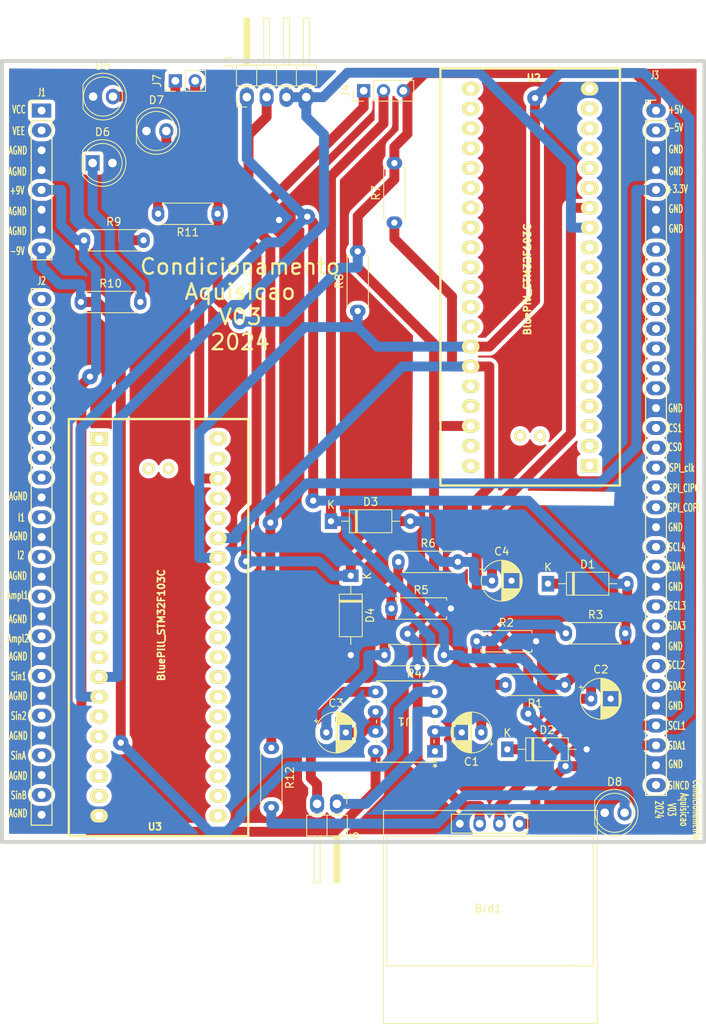
<source format=kicad_pcb>
(kicad_pcb (version 20221018) (generator pcbnew)
  (title_block (title "Condicionamento e aquisicao 2 canais ") (date "2023-04-12") (rev "v03") (company "EITduino") (comment 1 "Autor: Gustavo Pinheiro") (comment 2 "placa face dupla 90x100 mm") (comment 3 "Barramento v04"))
  (layers (0 "F.Cu" signal) (31 "B.Cu" signal) (34 "B.Paste" user) (35 "F.Paste" user) (36 "B.SilkS" user "B.Silkscreen") (37 "F.SilkS" user "F.Silkscreen") (38 "B.Mask" user) (39 "F.Mask" user) (44 "Edge.Cuts" user))
  (net 0 "")
  (net 1 "+9V")
  (net 2 "-9V")
  (net 3 "+5V")
  (net 4 "-5V")
  (net 5 "+3.3V")
  (net 20 "Ampl1")
  (net 21 "Ampl2")
  (net 22 "CS1")
  (net 23 "CS0")
  (net 24 "SCL4")
  (net 25 "SDA4")
  (net 26 "SINCD")
  (net 27 "Net-(J7-Pin_1)")
  (net 31 "Earth")
  (net 33 "I1")
  (net 34 "I2")
  (net 35 "Sin1")
  (net 36 "Sin2")
  (net 37 "SinA")
  (net 38 "SinB")
  (net 39 "SPI_COPI")
  (net 40 "SPI_CIPO")
  (net 41 "SPI_clk")
  (net 42 "SCL3")
  (net 43 "SDA3")
  (net 44 "SCL2")
  (net 45 "SDA2")
  (net 46 "SCL1")
  (net 47 "SDA1")
  (net 48 "nó1")
  (net 49 "nó2")
  (net 50 "Amp_E1")
  (net 51 "nó3")
  (net 52 "nó4")
  (net 53 "Amp_E2")
  (net 54 "Vref")
  (net 55 "VCC")
  (net 56 "VEE")
  (net 57 "AmpI1")
  (net 58 "E1")
  (net 59 "E2")
  (net 132 "Net-(D5-A)")
  (net 133 "Net-(D6-K)")
  (net 134 "Net-(D7-A)")
  (net 135 "Net-(D8-A)")
  (footprint "Capacitor_THT:CP_Radial_D5.0mm_P2.50mm" (layer "F.Cu") (at 148.647 121.019)
    (fp_text reference "C3")
    (fp_text value "1 uF")
  )
  (footprint "Connector_PinHeader_2.54mm:PinHeader_1x08_P2.54mm_Vertical" (layer "F.Cu") (at 112.158 41.39)
    (fp_text reference "J1")
    (fp_text value "alimentacao analogica" hide)
  )
  (footprint "Resistor_THT:R_Axial_DIN0207_L6.3mm_D2.5mm_P7.62mm_Horizontal" (layer "F.Cu") (at 141.6 122.99 -90)
    (fp_text reference "R12")
    (fp_text value "82")
  )
  (footprint "Resistor_THT:R_Axial_DIN0207_L6.3mm_D2.5mm_P7.62mm_Horizontal" (layer "F.Cu") (at 156.989 105.144)
    (fp_text reference "R5")
    (fp_text value "100k")
  )
  (footprint "Connector_PinHeader_2.54mm:PinHeader_1x02_P2.54mm_Horizontal" (layer "F.Cu") (at 150.004 130.163 -90)
    (fp_text reference "J6")
    (fp_text value "Eletrodos")
  )
  (footprint "LED_THT:LED_D5.0mm" (layer "F.Cu") (at 118.7 48.1)
    (fp_text reference "D6")
    (fp_text value "LED - Red")
  )
  (footprint "Connector_PinHeader_2.54mm:PinHeader_1x02_P2.54mm_Vertical" (layer "F.Cu") (at 129.298 37.58 90)
    (fp_text reference "J7")
    (fp_text value "alimetacao_Master")
  )
  (footprint "Connector_PinHeader_2.54mm:PinHeader_1x03_P2.54mm_Vertical" (layer "F.Cu") (at 153.433 38.85 90)
    (fp_text reference "J4")
    (fp_text value "Vref")
  )
  (footprint "Diode_THT:D_DO-41_SOD81_P10.16mm_Horizontal" (layer "F.Cu") (at 151.782 100.953 -90)
    (fp_text reference "D4")
    (fp_text value "1N5819")
  )
  (footprint "Capacitor_THT:CP_Radial_D5.0mm_P2.50mm" (layer "F.Cu") (at 169.8809 101.588)
    (fp_text reference "C4")
    (fp_text value "470 pF")
  )
  (footprint "OLED:128x64OLED" (layer "F.Cu") (at 169.372 143.303)
    (fp_text reference "Brd1")
    (fp_text value "SSD1306")
  )
  (footprint "Resistor_THT:R_Axial_DIN0207_L6.3mm_D2.5mm_P7.62mm_Horizontal" (layer "F.Cu") (at 179.214 114.923 180)
    (fp_text reference "R1")
    (fp_text value "100k")
  )
  (footprint "Capacitor_THT:CP_Radial_D5.0mm_P2.50mm" (layer "F.Cu") (at 168.506 121.019 180)
    (fp_text reference "C1")
    (fp_text value "1 uF")
  )
  (footprint "BluePill_STM32:BluePill_STM32F103C" (layer "F.Cu") (at 182.389 86.8052 180)
    (fp_text reference "U2")
    (fp_text value "BluePill_STM32F103C")
  )
  (footprint "Diode_THT:D_DO-41_SOD81_P10.16mm_Horizontal" (layer "F.Cu") (at 171.848 123.178)
    (fp_text reference "D2")
    (fp_text value "1N5819")
  )
  (footprint "Resistor_THT:R_Axial_DIN0207_L6.3mm_D2.5mm_P7.62mm_Horizontal" (layer "F.Cu") (at 179.341 108.319)
    (fp_text reference "R3")
    (fp_text value "220")
  )
  (footprint "LED_THT:LED_D5.0mm" (layer "F.Cu") (at 184.325 131.3)
    (fp_text reference "D8")
    (fp_text value "LED - Yelow")
  )
  (footprint "Resistor_THT:R_Axial_DIN0207_L6.3mm_D2.5mm_P7.62mm_Horizontal" (layer "F.Cu") (at 157.878 99.175)
    (fp_text reference "R6")
    (fp_text value "220")
  )
  (footprint "Capacitor_THT:CP_Radial_D5.0mm_P2.50mm" (layer "F.Cu") (at 182.5809 116.701)
    (fp_text reference "C2")
    (fp_text value "470 pF")
  )
  (footprint "AD828:AD828" (layer "F.Cu") (at 162.577 123.432 180)
    (fp_text reference "U1")
    (fp_text value "AD828AN")
  )
  (footprint "Resistor_THT:R_Axial_DIN0207_L6.3mm_D2.5mm_P7.62mm_Horizontal" (layer "F.Cu") (at 152.671 67.044 90)
    (fp_text reference "R8")
    (fp_text value "4k7")
  )
  (footprint "Resistor_THT:R_Axial_DIN0207_L6.3mm_D2.5mm_P7.62mm_Horizontal" (layer "F.Cu") (at 117.19 65.9)
    (fp_text reference "R10")
    (fp_text value "360")
  )
  (footprint "Resistor_THT:R_Axial_DIN0207_L6.3mm_D2.5mm_P7.62mm_Horizontal" (layer "F.Cu") (at 157.37 55.741 90)
    (fp_text reference "R7")
    (fp_text value "4k7")
  )
  (footprint "Resistor_THT:R_Axial_DIN0207_L6.3mm_D2.5mm_P7.62mm_Horizontal" (layer "F.Cu") (at 163.72 111.113 180)
    (fp_text reference "R4")
    (fp_text value "100k")
  )
  (footprint "Resistor_THT:R_Axial_DIN0207_L6.3mm_D2.5mm_P7.62mm_Horizontal" (layer "F.Cu") (at 117.6 58)
    (fp_text reference "R9")
    (fp_text value "390")
  )
  (footprint "Connector_PinHeader_2.54mm:PinHeader_1x35_P2.54mm_Vertical" (layer "F.Cu") (at 190.898 41.39)
    (fp_text reference "J3")
    (fp_text value "comunicacao / sinais digitais" hide)
  )
  (footprint "Resistor_THT:R_Axial_DIN0207_L6.3mm_D2.5mm_P7.62mm_Horizontal" (layer "F.Cu") (at 134.71 54.6 180)
    (fp_text reference "R11")
    (fp_text value "160")
  )
  (footprint "Connector_PinHeader_2.54mm:PinHeader_1x04_P2.54mm_Horizontal" (layer "F.Cu") (at 138.457 39.669 90)
    (fp_text reference "J5")
    (fp_text value "sinais_condicionados")
  )
  (footprint "BluePill_STM32:BluePill_STM32F103C" (layer "F.Cu") (at 119.524 83.4778)
    (fp_text reference "U3")
    (fp_text value "BluePill_STM32F103C")
  )
  (footprint "Resistor_THT:R_Axial_DIN0207_L6.3mm_D2.5mm_P7.62mm_Horizontal" (layer "F.Cu") (at 167.911 109.335)
    (fp_text reference "R2")
    (fp_text value "100k")
  )
  (footprint "Diode_THT:D_DO-41_SOD81_P10.16mm_Horizontal" (layer "F.Cu") (at 177.055 101.969)
    (fp_text reference "D1")
    (fp_text value "1N5819")
  )
  (footprint "LED_THT:LED_D5.0mm" (layer "F.Cu") (at 125.6 44)
    (fp_text reference "D7")
    (fp_text value "LED - Green")
  )
  (footprint "Diode_THT:D_DO-41_SOD81_P10.16mm_Horizontal" (layer "F.Cu") (at 149.242 93.968)
    (fp_text reference "D3")
    (fp_text value "1N5819")
  )
  (footprint "LED_THT:LED_D5.0mm" (layer "F.Cu") (at 118.76 39.6)
    (fp_text reference "D5")
    (fp_text value "LED - Blue")
  )
  (footprint "Connector_PinHeader_2.54mm:PinHeader_1x27_P2.54mm_Vertical" (layer "F.Cu") (at 112.158 65.52)
    (fp_text reference "J2")
    (fp_text value "sinais analogicos" hide)
  )
  (gr_line (start 197.07782 135.0398) (end 107.078 135.0398) (stroke (width 0.5)) (layer "Edge.Cuts"))
  (gr_line (start 197.078 135.04) (end 197.078 35.04) (stroke (width 0.5)) (layer "Edge.Cuts"))
  (gr_line (start 197.078 35.04) (end 107.078 35.04) (stroke (width 0.5)) (layer "Edge.Cuts"))
  (gr_line (start 107.078 35.04) (end 107.078 135.0398) (stroke (width 0.5)) (layer "Edge.Cuts"))
  (gr_text "SinA" (at 108.130955 123.982119) (layer "F.SilkS") (effects (font (size 1 0.6) (thickness 0.15) bold) (justify left)))
  (gr_text "+5V\n" (at 192.433818 41.866258) (layer "F.SilkS") (effects (font (size 1 0.6) (thickness 0.15) bold) (justify left bottom)))
  (gr_text "AGND" (at 107.792418 49.208158) (layer "F.SilkS") (effects (font (size 1 0.6) (thickness 0.15) bold) (justify left)))
  (gr_text "AGND" (at 107.892926 116.362118) (layer "F.SilkS") (effects (font (size 1 0.6) (thickness 0.15) bold) (justify left)))
  (gr_text "GND" (at 192.433818 46.946258) (layer "F.SilkS") (effects (font (size 1 0.6) (thickness 0.15) bold) (justify left bottom)))
  (gr_text "Ampl2" (at 107.668097 108.993588) (layer "F.SilkS") (effects (font (size 1 0.6) (thickness 0.15) bold) (justify left)))
  (gr_text "Sin1" (at 108.130955 113.822119) (layer "F.SilkS") (effects (font (size 1 0.6) (thickness 0.15) bold) (justify left)))
  (gr_text "GND" (at 192.3747 102.372966) (layer "F.SilkS") (effects (font (size 1 0.6) (thickness 0.15) bold) (justify left)))
  (gr_text "SPI_clk\n" (at 194.228 87.132966) (layer "F.SilkS") (effects (font (size 1 0.6) (thickness 0.15) bold)))
  (gr_text "Condicionamento\nAquisicao\nV03\n2024" (at 190.7 130.9 -90) (layer "F.SilkS") (effects (font (size 1 0.6) (thickness 0.15) bold) (justify bottom)))
  (gr_text "I2\n" (at 108.959993 98.91284) (layer "F.SilkS") (effects (font (size 1 0.6) (thickness 0.15) bold) (justify left bottom)))
  (gr_text "SCL4\n" (at 192.3747 97.292966) (layer "F.SilkS") (effects (font (size 1 0.6) (thickness 0.15) bold) (justify left)))
  (gr_text "SPI_CIPO\n" (at 194.478 89.74) (layer "F.SilkS") (effects (font (size 1 0.6) (thickness 0.15) bold)))
  (gr_text "AGND" (at 107.830029 101.55861) (layer "F.SilkS") (effects (font (size 1 0.6) (thickness 0.15) bold) (justify left bottom)))
  (gr_text "Ampl1" (at 107.601953 104.03277) (layer "F.SilkS") (effects (font (size 1 0.6) (thickness 0.15) bold) (justify left bottom)))
  (gr_text "SCL3" (at 192.401306 105.38851) (layer "F.SilkS") (effects (font (size 1 0.6) (thickness 0.15) bold) (justify left bottom)))
  (gr_text "SCL2" (at 192.2747 112.392966) (layer "F.SilkS") (effects (font (size 1 0.6) (thickness 0.15) bold) (justify left)))
  (gr_text "SDA1" (at 192.3747 122.692966) (layer "F.SilkS") (effects (font (size 1 0.6) (thickness 0.15) bold) (justify left)))
  (gr_text "SDA3" (at 192.337509 107.956321) (layer "F.SilkS") (effects (font (size 1 0.6) (thickness 0.15) bold) (justify left bottom)))
  (gr_text "Condicionamento\nAquisicao\nV03\n2024" (at 137.6 72.2) (layer "F.SilkS") (effects (font (size 2 2) (thickness 0.3)) (justify bottom)))
  (gr_text "GND" (at 192.3747 109.992966) (layer "F.SilkS") (effects (font (size 1 0.6) (thickness 0.15) bold) (justify left)))
  (gr_text "AGND" (at 107.886342 131.965608) (layer "F.SilkS") (effects (font (size 1 0.6) (thickness 0.15) bold) (justify left bottom)))
  (gr_text "AGND" (at 107.833457 106.513179) (layer "F.SilkS") (effects (font (size 1 0.6) (thickness 0.15) bold) (justify left)))
  (gr_text "CS1" (at 192.3747 82.052966) (layer "F.SilkS") (effects (font (size 1 0.6) (thickness 0.15) bold) (justify left)))
  (gr_text "-5V" (at 192.433818 44.152258) (layer "F.SilkS") (effects (font (size 1 0.6) (thickness 0.15) bold) (justify left bottom)))
  (gr_text "Sin2\n" (at 108.130955 118.902119) (layer "F.SilkS") (effects (font (size 1 0.6) (thickness 0.15) bold) (justify left)))
  (gr_text "AGND" (at 107.893048 91.359197) (layer "F.SilkS") (effects (font (size 1 0.6) (thickness 0.15) bold) (justify left bottom)))
  (gr_text "SDA4\n" (at 192.2747 99.792966) (layer "F.SilkS") (effects (font (size 1 0.6) (thickness 0.15) bold) (justify left)))
  (gr_text "GND" (at 192.3747 94.752966) (layer "F.SilkS") (effects (font (size 1 0.6) (thickness 0.15) bold) (justify left)))
  (gr_text "GND" (at 192.433818 54.566258) (layer "F.SilkS") (effects (font (size 1 0.6) (thickness 0.15) bold) (justify left bottom)))
  (gr_text "AGND" (at 107.792418 54.288158) (layer "F.SilkS") (effects (font (size 1 0.6) (thickness 0.15) bold) (justify left)))
  (gr_text "SPI_COPI\n" (at 194.478 92.24) (layer "F.SilkS") (effects (font (size 1 0.6) (thickness 0.15) bold)))
  (gr_text "SINCD" (at 192.37097 127.814095) (layer "F.SilkS") (effects (font (size 1 0.6) (thickness 0.15) bold) (justify left)))
  (gr_text "AGND" (at 107.886342 126.574851) (layer "F.SilkS") (effects (font (size 1 0.6) (thickness 0.15) bold) (justify left)))
  (gr_text "CS0" (at 192.3747 84.49) (layer "F.SilkS") (effects (font (size 1 0.6) (thickness 0.15) bold) (justify left)))
  (gr_text "VCC" (at 108.300418 41.842158) (layer "F.SilkS") (effects (font (size 1 0.6) (thickness 0.15) bold) (justify left bottom)))
  (gr_text "GND" (at 192.433818 49.740258) (layer "F.SilkS") (effects (font (size 1 0.6) (thickness 0.15) bold) (justify left bottom)))
  (gr_text "AGND" (at 107.792418 56.828158) (layer "F.SilkS") (effects (font (size 1 0.6) (thickness 0.15) bold) (justify left)))
  (gr_text "VEE\n" (at 108.333208 44.018606) (layer "F.SilkS") (effects (font (size 1 0.6) (thickness 0.15) bold) (justify left)))
  (gr_text "GND" (at 192.3747 79.512966) (layer "F.SilkS") (effects (font (size 1 0.6) (thickness 0.15) bold) (justify left)))
  (gr_text "SDA2" (at 192.3747 115.072966) (layer "F.SilkS") (effects (font (size 1 0.6) (thickness 0.15) bold) (justify left)))
  (gr_text "+9V\n" (at 108.00814 51.619378) (layer "F.SilkS") (effects (font (size 1 0.6) (thickness 0.15) bold) (justify left)))
  (gr_text "AGND" (at 107.879941 111.282119) (layer "F.SilkS") (effects (font (size 1 0.6) (thickness 0.15) bold) (justify left)))
  (gr_text "-9V" (at 108.046418 59.368158) (layer "F.SilkS") (effects (font (size 1 0.6) (thickness 0.15) bold) (justify left)))
  (gr_text "SCL1\n" (at 192.3747 120.152966) (layer "F.SilkS") (effects (font (size 1 0.6) (thickness 0.15) bold) (justify left)))
  (gr_text "SinB" (at 108.130955 129.062119) (layer "F.SilkS") (effects (font (size 1 0.6) (thickness 0.15) bold) (justify left)))
  (gr_text "AGND" (at 107.919415 121.448672) (layer "F.SilkS") (effects (font (size 1 0.6) (thickness 0.15) bold) (justify left)))
  (gr_text "GND" (at 192.433818 57.106258) (layer "F.SilkS") (effects (font (size 1 0.6) (thickness 0.15) bold) (justify left bottom)))
  (gr_text "I1" (at 109.043958 93.502271) (layer "F.SilkS") (effects (font (size 1 0.6) (thickness 0.15) bold) (justify left)))
  (gr_text "AGND" (at 107.851918 46.506501) (layer "F.SilkS") (effects (font (size 1 0.6) (thickness 0.15) bold) (justify left)))
  (gr_text "+3.3V" (at 192.179818 52.026258) (layer "F.SilkS") (effects (font (size 1 0.6) (thickness 0.15) bold) (justify left bottom)))
  (gr_text "GND" (at 192.3747 117.612966) (layer "F.SilkS") (effects (font (size 1 0.6) (thickness 0.15) bold) (justify left)))
  (gr_text "GND" (at 192.3858 125.675253) (layer "F.SilkS") (effects (font (size 1 0.6) (thickness 0.15) bold) (justify left bottom)))
  (gr_text "AGND" (at 107.893048 96.478762) (layer "F.SilkS") (effects (font (size 1 0.6) (thickness 0.15) bold) (justify left bottom)))
  (segment (start 154.957 128.4868) (end 154.957 123.432) (width 1.27) (layer "F.Cu") (net 1))
  (segment (start 118.3619 75.4589) (end 117.2618 76.559) (width 1.27) (layer "F.Cu") (net 1))
  (segment (start 117.2618 132.5859) (end 118.4133 133.7374) (width 1.27) (layer "F.Cu") (net 1))
  (segment (start 118.4133 133.7374) (end 149.7064 133.7374) (width 1.27) (layer "F.Cu") (net 1))
  (segment (start 149.7064 133.7374) (end 154.957 128.4868) (width 1.27) (layer "F.Cu") (net 1))
  (segment (start 117.2618 76.559) (end 117.2618 132.5859) (width 1.27) (layer "F.Cu") (net 1))
  (via (at 118.3619 75.4589) (size 2) (drill 0.8) (layers "F.Cu" "B.Cu") (net 1))
  (segment (start 119.1379 74.6829) (end 118.3619 75.4589) (width 1.27) (layer "B.Cu") (net 1))
  (segment (start 117.6 60.27) (end 119.1379 61.8079) (width 1.27) (layer "B.Cu") (net 1))
  (segment (start 117.0825 58) (end 117.6 58) (width 1.27) (layer "B.Cu") (net 1))
  (segment (start 112.158 51.55) (end 114.678 51.55) (width 1.27) (layer "B.Cu") (net 1))
  (segment (start 114.678 51.55) (end 114.678 56.113) (width 1.27) (layer "B.Cu") (net 1))
  (segment (start 114.678 56.113) (end 116.565 58) (width 1.27) (layer "B.Cu") (net 1))
  (segment (start 117.6 58) (end 117.6 60.27) (width 1.27) (layer "B.Cu") (net 1))
  (segment (start 119.1379 61.8079) (end 119.1379 74.6829) (width 1.27) (layer "B.Cu") (net 1))
  (segment (start 117.0825 58) (end 116.565 58) (width 1.27) (layer "B.Cu") (net 1))
  (segment (start 122.3046 68.9446) (end 122.3046 122.3317) (width 1.27) (layer "F.Cu") (net 2))
  (segment (start 117.19 65.9) (end 119.26 65.9) (width 1.27) (layer "F.Cu") (net 2))
  (segment (start 119.26 65.9) (end 122.3046 68.9446) (width 1.27) (layer "F.Cu") (net 2))
  (via (at 122.3046 122.3317) (size 2) (drill 0.8) (layers "F.Cu" "B.Cu") (net 2))
  (segment (start 114.448 63.63) (end 112.158 61.34) (width 1.27) (layer "B.Cu") (net 2))
  (segment (start 112.158 59.17) (end 112.158 61.34) (width 1.27) (layer "B.Cu") (net 2))
  (segment (start 117.19 65.9) (end 117.19 63.63) (width 1.27) (layer "B.Cu") (net 2))
  (segment (start 155.985 125.3803) (end 143.8132 125.3803) (width 1.27) (layer "B.Cu") (net 2))
  (segment (start 133.6829 133.71) (end 122.3046 122.3317) (width 1.27) (layer "B.Cu") (net 2))
  (segment (start 137.6185 131.575) (end 137.6185 131.9603) (width 1.27) (layer "B.Cu") (net 2))
  (segment (start 162.577 115.812) (end 160.307 115.812) (width 1.27) (layer "B.Cu") (net 2))
  (segment (start 135.8688 133.71) (end 133.6829 133.71) (width 1.27) (layer "B.Cu") (net 2))
  (segment (start 143.8132 125.3803) (end 137.6185 131.575) (width 1.27) (layer "B.Cu") (net 2))
  (segment (start 157.8916 118.2274) (end 157.8916 123.4737) (width 1.27) (layer "B.Cu") (net 2))
  (segment (start 137.6185 131.9603) (end 135.8688 133.71) (width 1.27) (layer "B.Cu") (net 2))
  (segment (start 157.8916 123.4737) (end 155.985 125.3803) (width 1.27) (layer "B.Cu") (net 2))
  (segment (start 160.307 115.812) (end 157.8916 118.2274) (width 1.27) (layer "B.Cu") (net 2))
  (segment (start 117.19 63.63) (end 114.448 63.63) (width 1.27) (layer "B.Cu") (net 2))
  (segment (start 161.3055 36.5875) (end 159.043 38.85) (width 1.27) (layer "F.Cu") (net 3))
  (segment (start 134.71 53.465) (end 134.71 54.6) (width 1.27) (layer "F.Cu") (net 3))
  (segment (start 162.45 104.9952) (end 159.0602 108.385) (width 1.27) (layer "F.Cu") (net 3))
  (segment (start 162.45 81.776) (end 162.45 104.9952) (width 1.27) (layer "F.Cu") (net 3))
  (segment (start 162.45 81.776) (end 164.754 81.776) (width 1.27) (layer "F.Cu") (net 3))
  (segment (start 159.043 38.85) (end 159.043 44.378) (width 1.27) (layer "F.Cu") (net 3))
  (segment (start 159.043 44.378) (end 157.37 46.051) (width 1.27) (layer "F.Cu") (net 3))
  (segment (start 190.898 41.39) (end 190.898 39.22) (width 1.27) (layer "F.Cu") (net 3))
  (segment (start 157.37 48.121) (end 157.37 50.191) (width 1.27) (layer "F.Cu") (net 3))
  (segment (start 152.671 54.89) (end 157.37 50.191) (width 1.27) (layer "F.Cu") (net 3))
  (segment (start 134.71 65.5514) (end 137.5704 68.4118) (width 1.27) (layer "F.Cu") (net 3))
  (segment (start 158.513 38.85) (end 159.043 38.85) (width 1.27) (layer "F.Cu") (net 3))
  (segment (start 168.292 132.703) (end 168.292 130.433) (width 1.27) (layer "F.Cu") (net 3))
  (segment (start 131.838 37.58) (end 131.838 39.7) (width 1.27) (layer "F.Cu") (net 3))
  (segment (start 152.671 61.494) (end 162.45 71.273) (width 1.27) (layer "F.Cu") (net 3))
  (segment (start 134.71 42.572) (end 131.838 39.7) (width 1.27) (layer "F.Cu") (net 3))
  (segment (start 160.3454 112.6589) (end 160.3454 124.6108) (width 1.27) (layer "F.Cu") (net 3))
  (segment (start 190.898 39.22) (end 188.2655 36.5875) (width 1.27) (layer "F.Cu") (net 3))
  (segment (start 152.671 59.424) (end 152.671 61.494) (width 1.27) (layer "F.Cu") (net 3))
  (segment (start 160.3454 124.6108) (end 166.1676 130.433) (width 1.27) (layer "F.Cu") (net 3))
  (segment (start 162.45 71.273) (end 162.45 81.776) (width 1.27) (layer "F.Cu") (net 3))
  (segment (start 157.37 48.121) (end 157.37 46.051) (width 1.27) (layer "F.Cu") (net 3))
  (segment (start 167.149 81.776) (end 164.754 81.776) (width 1.27) (layer "F.Cu") (net 3))
  (segment (start 188.2655 36.5875) (end 161.3055 36.5875) (width 1.27) (layer "F.Cu") (net 3))
  (segment (start 152.671 59.424) (end 152.671 54.89) (width 1.27) (layer "F.Cu") (net 3))
  (segment (start 134.71 54.6) (end 134.71 65.5514) (width 1.27) (layer "F.Cu") (net 3))
  (segment (start 134.71 53.465) (end 134.71 52.33) (width 1.27) (layer "F.Cu") (net 3))
  (segment (start 134.71 52.33) (end 134.71 42.572) (width 1.27) (layer "F.Cu") (net 3))
  (segment (start 166.1676 130.433) (end 168.292 130.433) (width 1.27) (layer "F.Cu") (net 3))
  (via (at 159.0602 108.385) (size 2) (drill 0.8) (layers "F.Cu" "B.Cu") (net 3))
  (via (at 160.3454 112.6589) (size 2) (drill 0.8) (layers "F.Cu" "B.Cu") (net 3))
  (via (at 137.5704 68.4118) (size 2) (drill 0.8) (layers "F.Cu" "B.Cu") (net 3))
  (segment (start 150.4768 61.494) (end 143.559 68.4118) (width 1.27) (layer "B.Cu") (net 3))
  (segment (start 160.3453 109.6701) (end 159.0602 108.385) (width 1.27) (layer "B.Cu") (net 3))
  (segment (start 152.671 59.424) (end 152.671 61.494) (width 1.27) (layer "B.Cu") (net 3))
  (segment (start 160.3454 112.6589) (end 160.3453 112.6589) (width 1.27) (layer "B.Cu") (net 3))
  (segment (start 160.3453 112.6589) (end 160.3453 109.6701) (width 1.27) (layer "B.Cu") (net 3))
  (segment (start 143.559 68.4118) (end 137.5704 68.4118) (width 1.27) (layer "B.Cu") (net 3))
  (segment (start 152.671 61.494) (end 150.4768 61.494) (width 1.27) (layer "B.Cu") (net 3))
  (segment (start 140.4501 53.9529) (end 140.4501 57.3338) (width 1.27) (layer "F.Cu") (net 5))
  (segment (start 153.433 40.97) (end 140.4501 53.9529) (width 1.27) (layer "F.Cu") (net 5))
  (segment (start 153.433 39.3421) (end 153.433 40.97) (width 1.27) (layer "F.Cu") (net 5))
  (segment (start 141.4809 94.149) (end 141.4809 120.8009) (width 1.27) (layer "F.Cu") (net 5))
  (segment (start 141.4809 120.8009) (end 141.6 120.92) (width 1.27) (layer "F.Cu") (net 5))
  (segment (start 141.6 122.99) (end 141.6 120.92) (width 1.27) (layer "F.Cu") (net 5))
  (segment (start 141.4809 58.3646) (end 141.4809 94.149) (width 1.27) (layer "F.Cu") (net 5))
  (segment (start 153.433 39.3421) (end 153.433 38.85) (width 1.27) (layer "F.Cu") (net 5))
  (segment (start 140.4501 57.3338) (end 141.4809 58.3646) (width 1.27) (layer "F.Cu") (net 5))
  (via (at 141.4809 94.149) (size 2) (drill 0.8) (layers "F.Cu" "B.Cu") (net 5))
  (segment (start 188.378 84.4634) (end 183.7157 89.1257) (width 1.27) (layer "B.Cu") (net 5))
  (segment (start 146.1576 89.1257) (end 141.4809 93.8024) (width 1.27) (layer "B.Cu") (net 5))
  (segment (start 183.7157 89.1257) (end 146.1576 89.1257) (width 1.27) (layer "B.Cu") (net 5))
  (segment (start 190.898 51.55) (end 188.378 51.55) (width 1.27) (layer "B.Cu") (net 5))
  (segment (start 188.378 51.55) (end 188.378 84.4634) (width 1.27) (layer "B.Cu") (net 5))
  (segment (start 141.4809 93.8024) (end 141.4809 94.149) (width 1.27) (layer "B.Cu") (net 5))
  (segment (start 132.369 88.507) (end 132.369 44.381) (width 1.27) (layer "F.Cu") (net 27))
  (segment (start 129.298 41.31) (end 129.298 37.58) (width 1.27) (layer "F.Cu") (net 27))
  (segment (start 134.764 88.507) (end 132.369 88.507) (width 1.27) (layer "F.Cu") (net 27))
  (segment (start 132.369 44.381) (end 129.298 41.31) (width 1.27) (layer "F.Cu") (net 27))
  (segment (start 193.2899 79.49) (end 193.2899 57.7619) (width 1.27) (layer "F.Cu") (net 31))
  (segment (start 112.158 90.92) (end 114.678 90.92) (width 1.27) (layer "F.Cu") (net 31))
  (segment (start 158.2085 113.2521) (end 158.2085 127.2295) (width 1.27) (layer "F.Cu") (net 31))
  (segment (start 116.64 46.47) (end 112.158 46.47) (width 1.27) (layer "F.Cu") (net 31))
  (segment (start 190.898 54.09) (end 190.898 56.26) (width 1.27) (layer "F.Cu") (net 31))
  (segment (start 151.782 111.113) (end 151.782 113.183) (width 1.27) (layer "F.Cu") (net 31))
  (segment (start 190.898 102.35) (end 192.9081 102.35) (width 1.27) (layer "F.Cu") (net 31))
  (segment (start 164.609 105.144) (end 164.609 107.414) (width 1.27) (layer "F.Cu") (net 31))
  (segment (start 119.5369 59.0023) (end 119.5369 56.9977) (width 1.27) (layer "F.Cu") (net 31))
  (segment (start 158.2085 111.7738) (end 158.2085 113.2521) (width 1.27) (layer "F.Cu") (net 31))
  (segment (start 164.609 107.414) (end 164.0047 107.414) (width 1.27) (layer "F.Cu") (net 31))
  (segment (start 144.2228 57.037) (end 144.2228 101.4838) (width 1.27) (layer "F.Cu") (net 31))
  (segment (start 193.2899 94.7235) (end 193.2834 94.73) (width 1.27) (layer "F.Cu") (net 31))
  (segment (start 192.9081 79.49) (end 193.2899 79.49) (width 1.27) (layer "F.Cu") (net 31))
  (segment (start 118.76 39.6) (end 118.76 41.87) (width 1.27) (layer "F.Cu") (net 31))
  (segment (start 112.158 46.47) (end 112.158 46.84) (width 1.27) (layer "F.Cu") (net 31))
  (segment (start 112.158 54.09) (end 112.158 56.26) (width 1.27) (layer "F.Cu") (net 31))
  (segment (start 119.5369 56.9977) (end 118.4023 55.8631) (width 1.27) (layer "F.Cu") (net 31))
  (segment (start 118.76 41.87) (end 118.76 44.35) (width 1.27) (layer "F.Cu") (net 31))
  (segment (start 192.158 56.63) (end 191.788 56.26) (width 1.27) (layer "F.Cu") (net 31))
  (segment (start 193.2849 102.35) (end 193.2849 109.8369) (width 1.27) (layer "F.Cu") (net 31))
  (segment (start 191.788 56.26) (end 190.898 56.26) (width 1.27) (layer "F.Cu") (net 31))
  (segment (start 151.782 113.183) (end 151.8511 113.2521) (width 1.27) (layer "F.Cu") (net 31))
  (segment (start 193.2834 94.73) (end 192.9081 94.73) (width 1.27) (layer "F.Cu") (net 31))
  (segment (start 112.158 56.63) (end 112.158 56.26) (width 1.27) (layer "F.Cu") (net 31))
  (segment (start 121.24 48.1) (end 121.24 45.83) (width 1.27) (layer "F.Cu") (net 31))
  (segment (start 190.898 56.63) (end 192.158 56.63) (width 1.27) (layer "F.Cu") (net 31))
  (segment (start 121.24 53.0254) (end 121.24 48.1) (width 1.27) (layer "F.Cu") (net 31))
  (segment (start 144.2228 101.4838) (end 151.782 109.043) (width 1.27) (layer "F.Cu") (net 31))
  (segment (start 184.558 129.03) (end 188.378 125.21) (width 1.27) (layer "F.Cu") (net 31))
  (segment (start 158.2085 127.2295) (end 163.682 132.703) (width 1.27) (layer "F.Cu") (net 31))
  (segment (start 193.2849 109.8369) (end 193.418 109.97) (width 1.27) (layer "F.Cu") (net 31))
  (segment (start 159.4603 110.522) (end 158.2085 111.7738) (width 1.27) (layer "F.Cu") (net 31))
  (segment (start 151.782 111.113) (end 151.782 109.043) (width 1.27) (layer "F.Cu") (net 31))
  (segment (start 160.8967 110.522) (end 159.4603 110.522) (width 1.27) (layer "F.Cu") (net 31))
  (segment (start 118.76 44.35) (end 120.24 45.83) (width 1.27) (layer "F.Cu") (net 31))
  (segment (start 114.678 63.8612) (end 119.5369 59.0023) (width 1.27) (layer "F.Cu") (net 31))
  (segment (start 184.325 131.3) (end 184.325 129.03) (width 1.27) (layer "F.Cu") (net 31))
  (segment (start 190.898 109.97) (end 193.418 109.97) (width 1.27) (layer "F.Cu") (net 31))
  (segment (start 190.898 79.49) (end 192.9081 79.49) (width 1.27) (layer "F.Cu") (net 31))
  (segment (start 193.2899 79.49) (end 193.2899 94.7235) (width 1.27) (layer "F.Cu") (net 31))
  (segment (start 115.4449 55.8631) (end 114.678 56.63) (width 1.27) (layer "F.Cu") (net 31))
  (segment (start 114.678 90.92) (end 114.678 63.8612) (width 1.27) (layer "F.Cu") (net 31))
  (segment (start 165.752 132.703) (end 163.682 132.703) (width 1.27) (layer "F.Cu") (net 31))
  (segment (start 118.76 44.35) (end 116.64 46.47) (width 1.27) (layer "F.Cu") (net 31))
  (segment (start 112.158 49.01) (end 112.158 46.84) (width 1.27) (layer "F.Cu") (net 31))
  (segment (start 142.587 55.4012) (end 144.2228 57.037) (width 1.27) (layer "F.Cu") (net 31))
  (segment (start 193.2834 94.73) (end 193.2849 94.7315) (width 1.27) (layer "F.Cu") (net 31))
  (segment (start 190.898 94.73) (end 192.9081 94.73) (width 1.27) (layer "F.Cu") (net 31))
  (segment (start 192.9081 102.35) (end 193.2849 102.35) (width 1.27) (layer "F.Cu") (net 31))
  (segment (start 184.325 129.03) (end 184.558 129.03) (width 1.27) (layer "F.Cu") (net 31))
  (segment (start 118.4023 55.8631) (end 115.4449 55.8631) (width 1.27) (layer "F.Cu") (net 31))
  (segment (start 164.0047 107.414) (end 160.8967 110.522) (width 1.27) (layer "F.Cu") (net 31))
  (segment (start 112.158 56.63) (end 114.678 56.63) (width 1.27) (layer "F.Cu") (net 31))
  (segment (start 172.3809 101.588) (end 172.3809 103.858) (width 1.27) (layer "F.Cu") (net 31))
  (segment (start 193.2849 94.7315) (end 193.2849 102.35) (width 1.27) (layer "F.Cu") (net 31))
  (segment (start 120.24 45.83) (end 121.24 45.83) (width 1.27) (layer "F.Cu") (net 31))
  (segment (start 175.531 107.0081) (end 175.531 109.335) (width 1.27) (layer "F.Cu") (net 31))
  (segment (start 193.2899 57.7619) (end 192.158 56.63) (width 1.27) (layer "F.Cu") (net 31))
  (segment (start 172.3809 103.858) (end 175.531 107.0081) (width 1.27) (layer "F.Cu") (net 31))
  (segment (start 118.4023 55.8631) (end 121.24 53.0254) (width 1.27) (layer "F.Cu") (net 31))
  (segment (start 190.898 125.21) (end 188.378 125.21) (width 1.27) (layer "F.Cu") (net 31))
  (segment (start 151.8511 113.2521) (end 158.2085 113.2521) (width 1.27) (layer "F.Cu") (net 31))
  (via (at 142.587 55.4012) (size 2) (drill 0.8) (layers "F.Cu" "B.Cu") (net 31))
  (segment (start 112.158 111.24) (end 114.678 111.24) (width 1.27) (layer "B.Cu") (net 31))
  (segment (start 185.0809 116.701) (end 185.0809 115.3908) (width 1.27) (layer "B.Cu") (net 31))
  (segment (start 134.9066 47.7208) (end 142.587 55.4012) (width 1.27) (layer "B.Cu") (net 31))
  (segment (start 190.898 54.09) (end 193.418 54.09) (width 1.27) (layer "B.Cu") (net 31))
  (segment (start 184.9349 115.2448) (end 184.9349 114.431) (width 1.27) (layer "B.Cu") (net 31))
  (segment (start 190.898 46.47) (end 190.898 48.64) (width 1.27) (layer "B.Cu") (net 31))
  (segment (start 193.418 54.09) (end 193.418 50.27) (width 1.27) (layer "B.Cu") (net 31))
  (segment (start 164.609 105.144) (end 171.0949 105.144) (width 1.27) (layer "B.Cu") (net 31))
  (segment (start 193.418 50.27) (end 192.158 49.01) (width 1.27) (layer "B.Cu") (net 31))
  (segment (start 114.678 131.56) (end 117.002 131.56) (width 1.27) (layer "B.Cu") (net 31))
  (segment (start 112.158 96) (end 114.678 96) (width 1.27) (layer "B.Cu") (net 31))
  (segment (start 184.9349 114.431) (end 182.4308 114.431) (width 1.27) (layer "B.Cu") (net 31))
  (segment (start 114.678 116.32) (end 114.678 121.4) (width 1.27) (layer "B.Cu") (net 31))
  (segment (start 172.3809 101.588) (end 172.3809 103.858) (width 1.27) (layer "B.Cu") (net 31))
  (segment (start 188.378 117.59) (end 185.9699 117.59) (width 1.27) (layer "B.Cu") (net 31))
  (segment (start 184.9349 114.431) (end 188.378 110.9879) (width 1.27) (layer "B.Cu") (net 31))
  (segment (start 119.524 131.687) (end 117.129 131.687) (width 1.27) (layer "B.Cu") (net 31))
  (segment (start 184.784 38.596) (end 184.784 42.876) (width 1.27) (layer "B.Cu") (net 31))
  (segment (start 182.008 123.178) (end 182.008 120.908) (width 1.27) (layer "B.Cu") (net 31))
  (segment (start 182.389 38.596) (end 184.784 38.596) (width 1.27) (layer "B.Cu") (net 31))
  (segment (start 190.898 117.59) (end 188.378 117.59) (width 1.27) (layer "B.Cu") (net 31))
  (segment (start 186.11 125.21) (end 184.078 123.178) (width 1.27) (layer "B.Cu") (net 31))
  (segment (start 114.678 126.48) (end 114.678 131.56) (width 1.27) (layer "B.Cu") (net 31))
  (segment (start 112.158 90.92) (end 114.678 90.92) (width 1.27) (layer "B.Cu") (net 31))
  (segment (start 171.0949 105.144) (end 172.3809 103.858) (width 1.27) (layer "B.Cu") (net 31))
  (segment (start 112.158 131.56) (end 114.678 131.56) (width 1.27) (layer "B.Cu") (net 31))
  (segment (start 112.158 106.16) (end 114.678 106.16) (width 1.27) (layer "B.Cu") (net 31))
  (segment (start 112.158 116.32) (end 114.678 116.32) (width 1.27) (layer "B.Cu") (net 31))
  (segment (start 185.648 117.268) (end 185.0809 116.701) (width 1.27) (layer "B.Cu") (net 31))
  (segment (start 117.002 131.56) (end 117.129 131.687) (width 1.27) (layer "B.Cu") (net 31))
  (segment (start 114.678 96) (end 114.678 101.08) (width 1.27) (layer "B.Cu") (net 31))
  (segment (start 185.0809 115.3908) (end 184.9349 115.2448) (width 1.27) (layer "B.Cu") (net 31))
  (segment (start 125.6 47.7208) (end 134.9066 47.7208) (width 1.27) (layer "B.Cu") (net 31))
  (segment (start 112.158 121.4) (end 114.678 121.4) (width 1.27) (layer "B.Cu") (net 31))
  (segment (start 114.678 111.24) (end 114.678 116.32) (width 1.27) (layer "B.Cu") (net 31))
  (segment (start 190.898 109.97) (end 188.378 109.97) (width 1.27) (layer "B.Cu") (net 31))
  (segment (start 114.678 106.16) (end 114.678 111.24) (width 1.27) (layer "B.Cu") (net 31))
  (segment (start 125.2208 48.1) (end 125.6 47.7208) (width 1.27) (layer "B.Cu") (net 31))
  (segment (start 112.158 101.08) (end 114.678 101.08) (width 1.27) (layer "B.Cu") (net 31))
  (segment (start 192.158 49.01) (end 191.788 48.64) (width 1.27) (layer "B.Cu") (net 31))
  (segment (start 184.784 42.876) (end 188.378 46.47) (width 1.27) (layer "B.Cu") (net 31))
  (segment (start 121.24 48.1) (end 125.2208 48.1) (width 1.27) (layer "B.Cu") (net 31))
  (segment (start 177.3348 109.335) (end 175.531 109.335) (width 1.27) (layer "B.Cu") (net 31))
  (segment (start 191.788 48.64) (end 190.898 48.64) (width 1.27) (layer "B.Cu") (net 31))
  (segment (start 190.898 49.01) (end 192.158 49.01) (width 1.27) (layer "B.Cu") (net 31))
  (segment (start 114.678 101.08) (end 114.678 106.16) (width 1.27) (layer "B.Cu") (net 31))
  (segment (start 114.678 121.4) (end 114.678 126.48) (width 1.27) (layer "B.Cu") (net 31))
  (segment (start 114.678 90.92) (end 114.678 96) (width 1.27) (layer "B.Cu") (net 31))
  (segment (start 185.9699 117.59) (end 185.648 117.268) (width 1.27) (layer "B.Cu") (net 31))
  (segment (start 182.4308 114.431) (end 177.3348 109.335) (width 1.27) (layer "B.Cu") (net 31))
  (segment (start 188.378 110.9879) (end 188.378 109.97) (width 1.27) (layer "B.Cu") (net 31))
  (segment (start 112.158 126.48) (end 114.678 126.48) (width 1.27) (layer "B.Cu") (net 31))
  (segment (start 182.008 123.178) (end 184.078 123.178) (width 1.27) (layer "B.Cu") (net 31))
  (segment (start 185.648 117.268) (end 182.008 120.908) (width 1.27) (layer "B.Cu") (net 31))
  (segment (start 190.898 125.21) (end 186.11 125.21) (width 1.27) (layer "B.Cu") (net 31))
  (segment (start 190.898 46.47) (end 188.378 46.47) (width 1.27) (layer "B.Cu") (net 31))
  (segment (start 125.6 47.7208) (end 125.6 44) (width 1.27) (layer "B.Cu") (net 31))
  (segment (start 175.3993 65.7607) (end 169.544 71.616) (width 1.27) (layer "F.Cu") (net 46))
  (segment (start 175.3993 39.7835) (end 175.3993 65.7607) (width 1.27) (layer "F.Cu") (net 46))
  (segment (start 181.135 120.13) (end 170.832 130.433) (width 1.27) (layer "F.Cu") (net 46))
  (segment (start 190.898 120.13) (end 181.135 120.13) (width 1.27) (layer "F.Cu") (net 46))
  (segment (start 170.832 132.703) (end 170.832 130.433) (width 1.27) (layer "F.Cu") (net 46))
  (segment (start 167.149 71.616) (end 169.544 71.616) (width 1.27) (layer "F.Cu") (net 46))
  (via (at 175.3993 39.7835) (size 2) (drill 0.8) (layers "F.Cu" "B.Cu") (net 46))
  (segment (start 190.898 120.13) (end 193.418 120.13) (width 1.27) (layer "B.Cu") (net 46))
  (segment (start 195.1899 118.3581) (end 195.1899 42.42) (width 1.27) (layer "B.Cu") (net 46))
  (segment (start 132.369 82.6153) (end 145.8703 69.114) (width 1.27) (layer "B.Cu") (net 46))
  (segment (start 189.3514 36.5815) (end 178.6013 36.5815) (width 1.27) (layer "B.Cu") (net 46))
  (segment (start 195.1899 42.42) (end 189.3514 36.5815) (width 1.27) (layer "B.Cu") (net 46))
  (segment (start 155.173 71.616) (end 152.671 69.114) (width 1.27) (layer "B.Cu") (net 46))
  (segment (start 132.369 98.667) (end 132.369 82.6153) (width 1.27) (layer "B.Cu") (net 46))
  (segment (start 145.8703 69.114) (end 152.671 69.114) (width 1.27) (layer "B.Cu") (net 46))
  (segment (start 134.764 98.667) (end 132.369 98.667) (width 1.27) (layer "B.Cu") (net 46))
  (segment (start 178.6013 36.5815) (end 175.3993 39.7835) (width 1.27) (layer "B.Cu") (net 46))
  (segment (start 167.149 71.616) (end 155.173 71.616) (width 1.27) (layer "B.Cu") (net 46))
  (segment (start 152.671 67.044) (end 152.671 69.114) (width 1.27) (layer "B.Cu") (net 46))
  (segment (start 193.418 120.13) (end 195.1899 118.3581) (width 1.27) (layer "B.Cu") (net 46))
  (segment (start 169.544 89.5826) (end 169.544 74.156) (width 1.27) (layer "F.Cu") (net 47))
  (segment (start 167.9177 105.5156) (end 167.9177 91.2089) (width 1.27) (layer "F.Cu") (net 47))
  (segment (start 167.9177 91.2089) (end 169.544 89.5826) (width 1.27) (layer "F.Cu") (net 47))
  (segment (start 164.754 65.195) (end 157.37 57.811) (width 1.27) (layer "F.Cu") (net 47))
  (segment (start 174.5214 118.6202) (end 174.5214 112.1193) (width 1.27) (layer "F.Cu") (net 47))
  (segment (start 167.149 74.156) (end 164.754 74.156) (width 1.27) (layer "F.Cu") (net 47))
  (segment (start 179.3005 125.3302) (end 175.442 129.1887) (width 1.27) (layer "F.Cu") (net 47))
  (segment (start 188.378 122.67) (end 185.7178 125.3302) (width 1.27) (layer "F.Cu") (net 47))
  (segment (start 190.898 122.67) (end 188.378 122.67) (width 1.27) (layer "F.Cu") (net 47))
  (segment (start 157.37 55.741) (end 157.37 57.811) (width 1.27) (layer "F.Cu") (net 47))
  (segment (start 164.754 74.156) (end 164.754 65.195) (width 1.27) (layer "F.Cu") (net 47))
  (segment (start 167.149 74.156) (end 169.544 74.156) (width 1.27) (layer "F.Cu") (net 47))
  (segment (start 185.7178 125.3302) (end 179.3005 125.3302) (width 1.27) (layer "F.Cu") (net 47))
  (segment (start 173.372 132.703) (end 175.442 132.703) (width 1.27) (layer "F.Cu") (net 47))
  (segment (start 174.5214 112.1193) (end 167.9177 105.5156) (width 1.27) (layer "F.Cu") (net 47))
  (segment (start 175.442 129.1887) (end 175.442 132.703) (width 1.27) (layer "F.Cu") (net 47))
  (via (at 179.3005 125.3302) (size 2) (drill 0.8) (layers "F.Cu" "B.Cu") (net 47))
  (via (at 174.5214 118.6202) (size 2) (drill 0.8) (layers "F.Cu" "B.Cu") (net 47))
  (segment (start 134.764 96.127) (end 137.159 96.127) (width 1.27) (layer "B.Cu") (net 47))
  (segment (start 137.159 95.4019) (end 137.159 96.127) (width 1.27) (layer "B.Cu") (net 47))
  (segment (start 167.149 74.156) (end 164.754 74.156) (width 1.27) (layer "B.Cu") (net 47))
  (segment (start 164.754 74.156) (end 158.4049 74.156) (width 1.27) (layer "B.Cu") (net 47))
  (segment (start 179.3005 123.3993) (end 179.3005 125.3302) (width 1.27) (layer "B.Cu") (net 47))
  (segment (start 158.4049 74.156) (end 137.159 95.4019) (width 1.27) (layer "B.Cu") (net 47))
  (segment (start 174.5214 118.6202) (end 179.3005 123.3993) (width 1.27) (layer "B.Cu") (net 47))
  (segment (start 162.577 120.892) (end 162.577 123.432) (width 1.27) (layer "F.Cu") (net 48))
  (segment (start 164.974 121.019) (end 166.006 121.019) (width 1.27) (layer "B.Cu") (net 48))
  (segment (start 164.847 120.892) (end 164.974 121.019) (width 1.27) (layer "B.Cu") (net 48))
  (segment (start 162.577 120.892) (end 164.847 120.892) (width 1.27) (layer "B.Cu") (net 48))
  (segment (start 168.506 116.3296) (end 168.506 121.019) (width 1.27) (layer "F.Cu") (net 49))
  (segment (start 169.9126 114.923) (end 168.506 116.3296) (width 1.27) (layer "F.Cu") (net 49))
  (segment (start 170.161 114.923) (end 169.9126 114.923) (width 1.27) (layer "F.Cu") (net 49))
  (segment (start 171.594 114.923) (end 170.161 114.923) (width 1.27) (layer "F.Cu") (net 49))
  (segment (start 169.9126 114.923) (end 169.524 114.923) (width 1.27) (layer "F.Cu") (net 49))
  (segment (start 169.524 113.218) (end 169.524 114.923) (width 1.27) (layer "F.Cu") (net 49))
  (segment (start 167.911 111.605) (end 169.524 113.218) (width 1.27) (layer "F.Cu") (net 49))
  (segment (start 167.911 109.335) (end 167.911 111.605) (width 1.27) (layer "F.Cu") (net 49))
  (segment (start 167.911 109.335) (end 169.981 109.335) (width 1.27) (layer "B.Cu") (net 49))
  (segment (start 172.1211 107.1949) (end 169.981 109.335) (width 1.27) (layer "B.Cu") (net 49))
  (segment (start 179.341 108.319) (end 178.2169 107.1949) (width 1.27) (layer "B.Cu") (net 49))
  (segment (start 178.2169 107.1949) (end 172.1211 107.1949) (width 1.27) (layer "B.Cu") (net 49))
  (segment (start 182.5809 116.701) (end 182.5809 114.431) (width 1.27) (layer "F.Cu") (net 50))
  (segment (start 186.961 108.319) (end 186.961 110.589) (width 1.27) (layer "F.Cu") (net 50))
  (segment (start 187.215 101.969) (end 187.215 104.239) (width 1.27) (layer "F.Cu") (net 50))
  (segment (start 174.0339 123.178) (end 171.848 123.178) (width 1.27) (layer "F.Cu") (net 50))
  (segment (start 186.961 104.493) (end 186.961 108.319) (width 1.27) (layer "F.Cu") (net 50))
  (segment (start 146.9647 91.3407) (end 146.9647 55.7265) (width 1.27) (layer "F.Cu") (net 50))
  (segment (start 183.119 114.431) (end 182.5809 114.431) (width 1.27) (layer "F.Cu") (net 50))
  (segment (start 186.961 110.589) (end 183.119 114.431) (width 1.27) (layer "F.Cu") (net 50))
  (segment (start 180.5109 116.701) (end 174.0339 123.178) (width 1.27) (layer "F.Cu") (net 50))
  (segment (start 187.215 104.239) (end 186.961 104.493) (width 1.27) (layer "F.Cu") (net 50))
  (segment (start 182.5809 116.701) (end 180.5109 116.701) (width 1.27) (layer "F.Cu") (net 50))
  (segment (start 146.9647 55.7265) (end 146.2117 54.9735) (width 1.27) (layer "F.Cu") (net 50))
  (via (at 146.9647 91.3407) (size 2) (drill 0.8) (layers "F.Cu" "B.Cu") (net 50))
  (via (at 146.2117 54.9735) (size 2) (drill 0.8) (layers "F.Cu" "B.Cu") (net 50))
  (segment (start 119.524 116.447) (end 117.129 116.447) (width 1.27) (layer "B.Cu") (net 50))
  (segment (start 145.9522 55.0664) (end 138.457 47.5712) (width 1.27) (layer "B.Cu") (net 50))
  (segment (start 145.9522 55.0664) (end 146.1188 55.0664) (width 1.27) (layer "B.Cu") (net 50))
  (segment (start 117.129 116.447) (end 117.129 82.1486) (width 1.27) (layer "B.Cu") (net 50))
  (segment (start 142.7662 58.2524) (end 145.9522 55.0664) (width 1.27) (layer "B.Cu") (net 50))
  (segment (start 138.457 47.5712) (end 138.457 39.669) (width 1.27) (layer "B.Cu") (net 50))
  (segment (start 117.129 82.1486) (end 141.0252 58.2524) (width 1.27) (layer "B.Cu") (net 50))
  (segment (start 141.0252 58.2524) (end 142.7662 58.2524) (width 1.27) (layer "B.Cu") (net 50))
  (segment (start 146.9647 91.3407) (end 174.5167 91.3407) (width 1.27) (layer "B.Cu") (net 50))
  (segment (start 146.1188 55.0664) (end 146.2117 54.9735) (width 1.27) (layer "B.Cu") (net 50))
  (segment (start 174.5167 91.3407) (end 185.145 101.969) (width 1.27) (layer "B.Cu") (net 50))
  (segment (start 187.215 101.969) (end 185.145 101.969) (width 1.27) (layer "B.Cu") (net 50))
  (segment (start 154.957 119.387) (end 154.957 120.422) (width 1.27) (layer "F.Cu") (net 51))
  (segment (start 154.957 118.352) (end 154.957 119.387) (width 1.27) (layer "F.Cu") (net 51))
  (segment (start 154.957 120.892) (end 154.957 120.422) (width 1.27) (layer "F.Cu") (net 51))
  (segment (start 151.147 121.019) (end 153.217 121.019) (width 1.27) (layer "F.Cu") (net 51))
  (segment (start 154.957 119.387) (end 154.849 119.387) (width 1.27) (layer "F.Cu") (net 51))
  (segment (start 154.849 119.387) (end 153.217 121.019) (width 1.27) (layer "F.Cu") (net 51))
  (segment (start 157.878 101.985) (end 156.989 102.874) (width 1.27) (layer "F.Cu") (net 52))
  (segment (start 157.878 99.175) (end 157.878 101.985) (width 1.27) (layer "F.Cu") (net 52))
  (segment (start 156.1 111.113) (end 156.1 108.843) (width 1.27) (layer "F.Cu") (net 52))
  (segment (start 156.989 107.414) (end 156.1 108.303) (width 1.27) (layer "F.Cu") (net 52))
  (segment (start 156.989 105.144) (end 156.989 102.874) (width 1.27) (layer "F.Cu") (net 52))
  (segment (start 156.1 108.303) (end 156.1 108.843) (width 1.27) (layer "F.Cu") (net 52))
  (segment (start 156.989 105.144) (end 156.989 107.414) (width 1.27) (layer "F.Cu") (net 52))
  (segment (start 148.647 118.566) (end 148.647 121.019) (width 1.27) (layer "B.Cu") (net 52))
  (segment (start 156.1 111.113) (end 154.03 111.113) (width 1.27) (layer "B.Cu") (net 52))
  (segment (start 154.03 111.113) (end 154.03 113.183) (width 1.27) (layer "B.Cu") (net 52))
  (segment (start 154.03 113.183) (end 148.647 118.566) (width 1.27) (layer "B.Cu") (net 52))
  (segment (start 159.402 93.968) (end 157.332 93.968) (width 1.27) (layer "F.Cu") (net 53))
  (segment (start 152.417 98.883) (end 157.332 93.968) (width 1.27) (layer "F.Cu") (net 53))
  (segment (start 182.389 53.836) (end 179.994 53.836) (width 1.27) (layer "F.Cu") (net 53))
  (segment (start 151.782 98.883) (end 152.417 98.883) (width 1.27) (layer "F.Cu") (net 53))
  (segment (start 138.6782 44.5078) (end 138.6782 58.0677) (width 1.27) (layer "F.Cu") (net 53))
  (segment (start 169.8809 101.588) (end 169.8809 92.8538) (width 1.27) (layer "F.Cu") (net 53))
  (segment (start 138.3675 93.3951) (end 138.3675 99.116) (width 1.27) (layer "F.Cu") (net 53))
  (segment (start 139.709 92.0536) (end 138.3675 93.3951) (width 1.27) (layer "F.Cu") (net 53))
  (segment (start 140.997 39.669) (end 140.997 42.189) (width 1.27) (layer "F.Cu") (net 53))
  (segment (start 169.8809 92.8538) (end 179.994 82.7407) (width 1.27) (layer "F.Cu") (net 53))
  (segment (start 139.709 59.0985) (end 139.709 92.0536) (width 1.27) (layer "F.Cu") (net 53))
  (segment (start 138.6782 58.0677) (end 139.709 59.0985) (width 1.27) (layer "F.Cu") (net 53))
  (segment (start 140.997 42.189) (end 138.6782 44.5078) (width 1.27) (layer "F.Cu") (net 53))
  (segment (start 179.994 82.7407) (end 179.994 53.836) (width 1.27) (layer "F.Cu") (net 53))
  (segment (start 151.782 100.953) (end 151.782 98.883) (width 1.27) (layer "F.Cu") (net 53))
  (via (at 138.3675 99.116) (size 2) (drill 0.8) (layers "F.Cu" "B.Cu") (net 53))
  (segment (start 165.498 99.175) (end 163.428 99.175) (width 1.27) (layer "B.Cu") (net 53))
  (segment (start 167.568 99.175) (end 167.568 101.3451) (width 1.27) (layer "B.Cu") (net 53))
  (segment (start 161.472 93.968) (end 161.472 97.219) (width 1.27) (layer "B.Cu") (net 53))
  (segment (start 169.8809 101.588) (end 167.8109 101.588) (width 1.27) (layer "B.Cu") (net 53))
  (segment (start 138.3675 99.116) (end 147.675 99.116) (width 1.27) (layer "B.Cu") (net 53))
  (segment (start 165.498 99.175) (end 167.568 99.175) (width 1.27) (layer "B.Cu") (net 53))
  (segment (start 151.782 100.953) (end 149.512 100.953) (width 1.27) (layer "B.Cu") (net 53))
  (segment (start 161.472 97.219) (end 163.428 99.175) (width 1.27) (layer "B.Cu") (net 53))
  (segment (start 147.675 99.116) (end 149.512 100.953) (width 1.27) (layer "B.Cu") (net 53))
  (segment (start 167.568 101.3451) (end 167.8109 101.588) (width 1.27) (layer "B.Cu") (net 53))
  (segment (start 159.402 93.968) (end 161.472 93.968) (width 1.27) (layer "B.Cu") (net 53))
  (segment (start 179.214 114.923) (end 181.3285 112.8085) (width 1.27) (layer "F.Cu") (net 54))
  (segment (start 155.973 43.0648) (end 155.973 38.85) (width 1.27) (layer "F.Cu") (net 54))
  (segment (start 149.242 91.698) (end 149.242 49.7958) (width 1.27) (layer "F.Cu") (net 54))
  (segment (start 149.242 49.7958) (end 155.973 43.0648) (width 1.27) (layer "F.Cu") (net 54))
  (segment (start 149.242 93.968) (end 149.242 91.698) (width 1.27) (layer "F.Cu") (net 54))
  (segment (start 177.055 101.969) (end 179.125 101.969) (width 1.27) (layer "F.Cu") (net 54))
  (segment (start 181.3285 112.8085) (end 181.3285 104.1725) (width 1.27) (layer "F.Cu") (net 54))
  (segment (start 181.3285 104.1725) (end 179.125 101.969) (width 1.27) (layer "F.Cu") (net 54))
  (segment (start 173.7503 111.5293) (end 177.144 114.923) (width 1.27) (layer "B.Cu") (net 54))
  (segment (start 179.214 114.923) (end 177.144 114.923) (width 1.27) (layer "B.Cu") (net 54))
  (segment (start 166.2063 111.5293) (end 173.7503 111.5293) (width 1.27) (layer "B.Cu") (net 54))
  (segment (start 163.72 107.9945) (end 151.312 95.5865) (width 1.27) (layer "B.Cu") (net 54))
  (segment (start 163.72 111.113) (end 163.72 107.9945) (width 1.27) (layer "B.Cu") (net 54))
  (segment (start 151.312 95.5865) (end 151.312 93.968) (width 1.27) (layer "B.Cu") (net 54))
  (segment (start 163.72 111.113) (end 165.79 111.113) (width 1.27) (layer "B.Cu") (net 54))
  (segment (start 165.79 111.113) (end 166.2063 111.5293) (width 1.27) (layer "B.Cu") (net 54))
  (segment (start 149.242 93.968) (end 151.312 93.968) (width 1.27) (layer "B.Cu") (net 54))
  (segment (start 145.707 40.559) (end 145.707 39.669) (width 1.27) (layer "B.Cu") (net 57))
  (segment (start 179.994 48.2638) (end 179.994 56.376) (width 1.27) (layer "B.Cu") (net 57))
  (segment (start 148.3486 55.8608) (end 137.9345 66.2749) (width 1.27) (layer "B.Cu") (net 57))
  (segment (start 146.077 39.669) (end 148.247 39.669) (width 1.27) (layer "B.Cu") (net 57))
  (segment (start 146.077 42.189) (end 148.3486 44.4606) (width 1.27) (layer "B.Cu") (net 57))
  (segment (start 148.3486 44.4606) (end 148.3486 55.8608) (width 1.27) (layer "B.Cu") (net 57))
  (segment (start 168.2757 36.5455) (end 179.994 48.2638) (width 1.27) (layer "B.Cu") (net 57))
  (segment (start 146.077 40.929) (end 145.707 40.559) (width 1.27) (layer "B.Cu") (net 57))
  (segment (start 182.389 56.376) (end 179.994 56.376) (width 1.27) (layer "B.Cu") (net 57))
  (segment (start 136.6853 66.2749) (end 121.919 81.0412) (width 1.27) (layer "B.Cu") (net 57))
  (segment (start 146.077 40.929) (end 146.077 42.189) (width 1.27) (layer "B.Cu") (net 57))
  (segment (start 148.247 39.669) (end 151.3705 36.5455) (width 1.27) (layer "B.Cu") (net 57))
  (segment (start 121.919 81.0412) (end 121.919 113.907) (width 1.27) (layer "B.Cu") (net 57))
  (segment (start 119.524 113.907) (end 121.919 113.907) (width 1.27) (layer "B.Cu") (net 57))
  (segment (start 151.3705 36.5455) (end 168.2757 36.5455) (width 1.27) (layer "B.Cu") (net 57))
  (segment (start 146.077 39.669) (end 146.077 40.929) (width 1.27) (layer "B.Cu") (net 57))
  (segment (start 137.9345 66.2749) (end 136.6853 66.2749) (width 1.27) (layer "B.Cu") (net 57))
  (segment (start 143.537 39.669) (end 145.707 39.669) (width 1.27) (layer "B.Cu") (net 57))
  (segment (start 153.7334 130.163) (end 150.004 130.163) (width 1.27) (layer "B.Cu") (net 58))
  (segment (start 160.307 123.5894) (end 153.7334 130.163) (width 1.27) (layer "B.Cu") (net 58))
  (segment (start 160.307 118.352) (end 160.307 123.5894) (width 1.27) (layer "B.Cu") (net 58))
  (segment (start 162.577 118.352) (end 160.307 118.352) (width 1.27) (layer "B.Cu") (net 58))
  (segment (start 146.6642 120.0285) (end 146.6642 126.8432) (width 1.27) (layer "F.Cu") (net 59))
  (segment (start 147.464 130.163) (end 147.464 127.643) (width 1.27) (layer "F.Cu") (net 59))
  (segment (start 154.957 115.812) (end 150.8807 115.812) (width 1.27) (layer "F.Cu") (net 59))
  (segment (start 146.6642 126.8432) (end 147.464 127.643) (width 1.27) (layer "F.Cu") (net 59))
  (segment (start 150.8807 115.812) (end 146.6642 120.0285) (width 1.27) (layer "F.Cu") (net 59))
  (segment (start 123.47 39.6) (end 123.47 56.6225) (width 1.27) (layer "F.Cu") (net 132))
  (segment (start 123.47 56.6225) (end 123.15 56.9425) (width 1.27) (layer "F.Cu") (net 132))
  (segment (start 123.15 56.9425) (end 123.15 58) (width 1.27) (layer "F.Cu") (net 132))
  (segment (start 121.3 39.6) (end 123.47 39.6) (width 1.27) (layer "F.Cu") (net 132))
  (segment (start 125.22 58) (end 123.15 58) (width 1.27) (layer "F.Cu") (net 132))
  (segment (start 118.7 48.1) (end 118.7 54.4171) (width 1.27) (layer "B.Cu") (net 133))
  (segment (start 120.9083 56.6254) (end 120.9083 59.7283) (width 1.27) (layer "B.Cu") (net 133))
  (segment (start 124.81 65.9) (end 124.81 63.63) (width 1.27) (layer "B.Cu") (net 133))
  (segment (start 120.9083 59.7283) (end 124.81 63.63) (width 1.27) (layer "B.Cu") (net 133))
  (segment (start 118.7 54.4171) (end 120.9083 56.6254) (width 1.27) (layer "B.Cu") (net 133))
  (segment (start 127.09 54.6) (end 127.09 52.33) (width 1.27) (layer "F.Cu") (net 134))
  (segment (start 128.14 51.28) (end 127.09 52.33) (width 1.27) (layer "F.Cu") (net 134))
  (segment (start 128.14 44) (end 128.14 51.28) (width 1.27) (layer "F.Cu") (net 134))
  (segment (start 141.6 130.61) (end 141.6 132.68) (width 1.27) (layer "B.Cu") (net 135))
  (segment (start 141.6 132.68) (end 162.8042 132.68) (width 1.27) (layer "B.Cu") (net 135))
  (segment (start 162.8042 132.68) (end 166.4299 129.0543) (width 1.27) (layer "B.Cu") (net 135))
  (segment (start 186.865 131.3) (end 186.865 129.03) (width 1.27) (layer "B.Cu") (net 135))
  (segment (start 166.4299 129.0543) (end 186.8407 129.0543) (width 1.27) (layer "B.Cu") (net 135))
  (segment (start 186.8407 129.0543) (end 186.865 129.03) (width 1.27) (layer "B.Cu") (net 135))
  (zone (net 31) (net_name "Earth") (layers "F&B.Cu") (connect_pads yes (clearance 0.5)) (min_thickness 0.25) (fill yes (thermal_gap 0.5) (thermal_bridge_width 0.5))
    (polygon (pts (xy 108 134) (xy 196 134.1) (xy 196.1 36) (xy 161.5 36.2) (xy 161.3 89.9) (xy 185.6 90.2) (xy 185.5 92) (xy 159.6 91.8) (xy 160 36.3) (xy 108 36)))
  )
)
</source>
